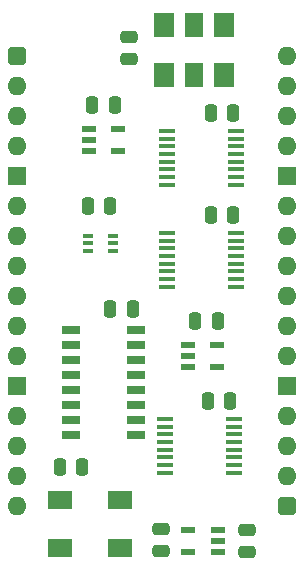
<source format=gts>
%TF.GenerationSoftware,KiCad,Pcbnew,8.0.7*%
%TF.CreationDate,2025-01-03T11:18:39+02:00*%
%TF.ProjectId,Sound Clock,536f756e-6420-4436-9c6f-636b2e6b6963,V0*%
%TF.SameCoordinates,Original*%
%TF.FileFunction,Soldermask,Top*%
%TF.FilePolarity,Negative*%
%FSLAX46Y46*%
G04 Gerber Fmt 4.6, Leading zero omitted, Abs format (unit mm)*
G04 Created by KiCad (PCBNEW 8.0.7) date 2025-01-03 11:18:39*
%MOMM*%
%LPD*%
G01*
G04 APERTURE LIST*
G04 Aperture macros list*
%AMRoundRect*
0 Rectangle with rounded corners*
0 $1 Rounding radius*
0 $2 $3 $4 $5 $6 $7 $8 $9 X,Y pos of 4 corners*
0 Add a 4 corners polygon primitive as box body*
4,1,4,$2,$3,$4,$5,$6,$7,$8,$9,$2,$3,0*
0 Add four circle primitives for the rounded corners*
1,1,$1+$1,$2,$3*
1,1,$1+$1,$4,$5*
1,1,$1+$1,$6,$7*
1,1,$1+$1,$8,$9*
0 Add four rect primitives between the rounded corners*
20,1,$1+$1,$2,$3,$4,$5,0*
20,1,$1+$1,$4,$5,$6,$7,0*
20,1,$1+$1,$6,$7,$8,$9,0*
20,1,$1+$1,$8,$9,$2,$3,0*%
G04 Aperture macros list end*
%ADD10R,1.800000X2.000000*%
%ADD11R,1.600000X2.000000*%
%ADD12R,0.875000X0.450000*%
%ADD13R,1.450000X0.450000*%
%ADD14RoundRect,0.250000X0.250000X0.475000X-0.250000X0.475000X-0.250000X-0.475000X0.250000X-0.475000X0*%
%ADD15RoundRect,0.250000X0.475000X-0.250000X0.475000X0.250000X-0.475000X0.250000X-0.475000X-0.250000X0*%
%ADD16R,2.000000X1.500000*%
%ADD17R,1.250000X0.600000*%
%ADD18RoundRect,0.250000X-0.250000X-0.475000X0.250000X-0.475000X0.250000X0.475000X-0.250000X0.475000X0*%
%ADD19R,1.550000X0.650000*%
%ADD20RoundRect,0.250000X-0.475000X0.250000X-0.475000X-0.250000X0.475000X-0.250000X0.475000X0.250000X0*%
%ADD21R,1.150000X0.600000*%
%ADD22RoundRect,0.400000X-0.400000X-0.400000X0.400000X-0.400000X0.400000X0.400000X-0.400000X0.400000X0*%
%ADD23O,1.600000X1.600000*%
%ADD24R,1.600000X1.600000*%
G04 APERTURE END LIST*
D10*
%TO.C,Y2*%
X17526000Y2608000D03*
D11*
X14986000Y2608000D03*
D10*
X12446000Y2608000D03*
X12446000Y-1592000D03*
D11*
X14986000Y-1592000D03*
D10*
X17526000Y-1592000D03*
%TD*%
D12*
%TO.C,IC8*%
X6050000Y-15225000D03*
X6050000Y-15875000D03*
X6050000Y-16525000D03*
X8174000Y-16525000D03*
X8174000Y-15875000D03*
X8174000Y-15225000D03*
%TD*%
D13*
%TO.C,IC4*%
X12696000Y-14997000D03*
X12696000Y-15647000D03*
X12696000Y-16297000D03*
X12696000Y-16947000D03*
X12696000Y-17597000D03*
X12696000Y-18247000D03*
X12696000Y-18897000D03*
X12696000Y-19547000D03*
X18546000Y-19547000D03*
X18546000Y-18897000D03*
X18546000Y-18247000D03*
X18546000Y-17597000D03*
X18546000Y-16947000D03*
X18546000Y-16297000D03*
X18546000Y-15647000D03*
X18546000Y-14997000D03*
%TD*%
D14*
%TO.C,C11*%
X9824000Y-21463000D03*
X7924000Y-21463000D03*
%TD*%
%TO.C,C5*%
X7919000Y-12700000D03*
X6019000Y-12700000D03*
%TD*%
D15*
%TO.C,C8*%
X19486400Y-42041400D03*
X19486400Y-40141400D03*
%TD*%
D16*
%TO.C,Y1*%
X3683000Y-41624000D03*
X8763000Y-41624000D03*
X8763000Y-37624000D03*
X3683000Y-37624000D03*
%TD*%
D14*
%TO.C,C4*%
X18079000Y-29210000D03*
X16179000Y-29210000D03*
%TD*%
D17*
%TO.C,IC3*%
X6116000Y-6162000D03*
X6116000Y-7112000D03*
X6116000Y-8062000D03*
X8616000Y-8062000D03*
X8616000Y-6162000D03*
%TD*%
D13*
%TO.C,IC2*%
X12569000Y-30745000D03*
X12569000Y-31395000D03*
X12569000Y-32045000D03*
X12569000Y-32695000D03*
X12569000Y-33345000D03*
X12569000Y-33995000D03*
X12569000Y-34645000D03*
X12569000Y-35295000D03*
X18419000Y-35295000D03*
X18419000Y-34645000D03*
X18419000Y-33995000D03*
X18419000Y-33345000D03*
X18419000Y-32695000D03*
X18419000Y-32045000D03*
X18419000Y-31395000D03*
X18419000Y-30745000D03*
%TD*%
D17*
%TO.C,IC9*%
X14498000Y-24450000D03*
X14498000Y-25400000D03*
X14498000Y-26350000D03*
X16998000Y-26350000D03*
X16998000Y-24450000D03*
%TD*%
D18*
%TO.C,C3*%
X3638000Y-34798000D03*
X5538000Y-34798000D03*
%TD*%
D14*
%TO.C,C2*%
X17018000Y-22479000D03*
X15118000Y-22479000D03*
%TD*%
D13*
%TO.C,IC6*%
X12696000Y-6361000D03*
X12696000Y-7011000D03*
X12696000Y-7661000D03*
X12696000Y-8311000D03*
X12696000Y-8961000D03*
X12696000Y-9611000D03*
X12696000Y-10261000D03*
X12696000Y-10911000D03*
X18546000Y-10911000D03*
X18546000Y-10261000D03*
X18546000Y-9611000D03*
X18546000Y-8961000D03*
X18546000Y-8311000D03*
X18546000Y-7661000D03*
X18546000Y-7011000D03*
X18546000Y-6361000D03*
%TD*%
D15*
%TO.C,C10*%
X9525000Y-299000D03*
X9525000Y1601000D03*
%TD*%
D19*
%TO.C,IC1*%
X4641000Y-23241000D03*
X4641000Y-24511000D03*
X4641000Y-25781000D03*
X4641000Y-27051000D03*
X4641000Y-28321000D03*
X4641000Y-29591000D03*
X4641000Y-30861000D03*
X4641000Y-32131000D03*
X10091000Y-32131000D03*
X10091000Y-30861000D03*
X10091000Y-29591000D03*
X10091000Y-28321000D03*
X10091000Y-27051000D03*
X10091000Y-25781000D03*
X10091000Y-24511000D03*
X10091000Y-23241000D03*
%TD*%
D14*
%TO.C,C7*%
X18333000Y-4826000D03*
X16433000Y-4826000D03*
%TD*%
%TO.C,C1*%
X18333000Y-13462000D03*
X16433000Y-13462000D03*
%TD*%
%TO.C,C6*%
X8300000Y-4191000D03*
X6400000Y-4191000D03*
%TD*%
D20*
%TO.C,C9*%
X12222000Y-40021000D03*
X12222000Y-41921000D03*
%TD*%
D21*
%TO.C,IC5*%
X17078000Y-42032000D03*
X17078000Y-41082000D03*
X17078000Y-40132000D03*
X14478000Y-40132000D03*
X14478000Y-42032000D03*
%TD*%
D22*
%TO.C,J2*%
X0Y0D03*
D23*
X0Y-2540000D03*
X0Y-5080000D03*
X0Y-7620000D03*
D24*
X0Y-10160000D03*
D23*
X0Y-12700000D03*
X0Y-15240000D03*
X0Y-17780000D03*
X0Y-20320000D03*
X0Y-22860000D03*
X0Y-25400000D03*
D24*
X0Y-27940000D03*
D23*
X0Y-30480000D03*
X0Y-33020000D03*
X0Y-35560000D03*
X0Y-38100000D03*
D22*
X22860000Y-38100000D03*
D23*
X22860000Y-35560000D03*
X22860000Y-33020000D03*
X22860000Y-30480000D03*
D24*
X22860000Y-27940000D03*
D23*
X22860000Y-25400000D03*
X22860000Y-22860000D03*
X22860000Y-20320000D03*
X22860000Y-17780000D03*
X22860000Y-15240000D03*
X22860000Y-12700000D03*
D24*
X22860000Y-10160000D03*
D23*
X22860000Y-7620000D03*
X22860000Y-5080000D03*
X22860000Y-2540000D03*
X22860000Y0D03*
%TD*%
M02*

</source>
